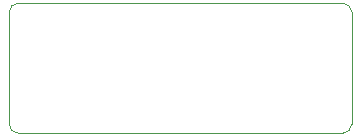
<source format=gm1>
G04 #@! TF.GenerationSoftware,KiCad,Pcbnew,(5.1.0-1220-ga833aeeac)*
G04 #@! TF.CreationDate,2019-08-17T01:52:11+03:00*
G04 #@! TF.ProjectId,proto_II_sensor_kicad,70726f74-6f5f-4494-995f-73656e736f72,rev?*
G04 #@! TF.SameCoordinates,Original*
G04 #@! TF.FileFunction,Profile,NP*
%FSLAX46Y46*%
G04 Gerber Fmt 4.6, Leading zero omitted, Abs format (unit mm)*
G04 Created by KiCad (PCBNEW (5.1.0-1220-ga833aeeac)) date 2019-08-17 01:52:11*
%MOMM*%
%LPD*%
G04 APERTURE LIST*
%ADD10C,0.100000*%
G04 APERTURE END LIST*
D10*
X35500000Y-23500000D02*
G75*
G02X36250000Y-22750000I750000J0D01*
G01*
X36250000Y-33750000D02*
G75*
G02X35500000Y-33000000I0J750000D01*
G01*
X64500000Y-33000000D02*
G75*
G02X63750000Y-33750000I-750000J0D01*
G01*
X63750000Y-22750000D02*
G75*
G02X64500000Y-23500000I0J-750000D01*
G01*
X36250000Y-33750000D02*
X63750000Y-33750000D01*
X35500000Y-23500000D02*
X35500000Y-33000000D01*
X63750000Y-22750000D02*
X36250000Y-22750000D01*
X64500000Y-33000000D02*
X64500000Y-23500000D01*
M02*

</source>
